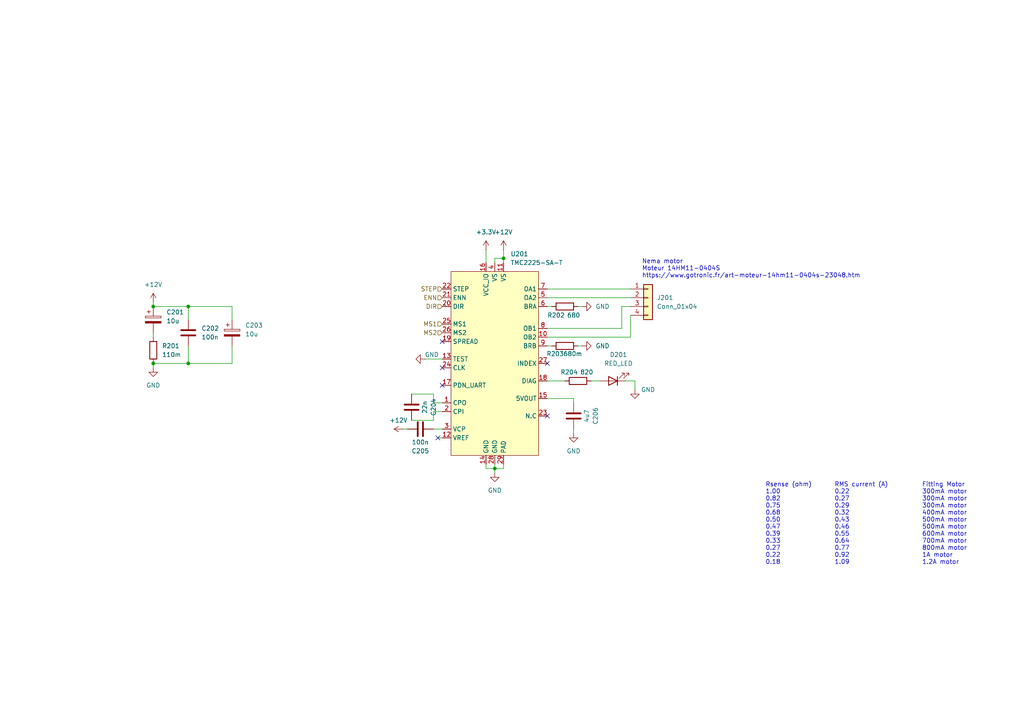
<source format=kicad_sch>
(kicad_sch (version 20231120) (generator "eeschema") (generator_version "8.0")
  (paper "A4")
  (lib_symbols
    (symbol "Connector_Generic:Conn_01x04" (pin_names (offset 1.016) hide)
      (property "Reference" "J" (at 0 5.08 0))
      (property "Value" "Conn_01x04" (at 0 -7.62 0))
      (symbol "Conn_01x04_1_1"
        (rectangle (start -1.27 -4.953) (end 0 -5.207) (stroke (width 0.1524)))
        (rectangle (start -1.27 -2.413) (end 0 -2.667) (stroke (width 0.1524)))
        (rectangle (start -1.27 0.127) (end 0 -0.127) (stroke (width 0.1524)))
        (rectangle (start -1.27 2.667) (end 0 2.413) (stroke (width 0.1524)))
        (rectangle (start -1.27 3.81) (end 1.27 -6.35) (stroke (width 0.254)) (fill (type background)))
        (pin passive line (at -5.08 2.54 0) (length 3.81) (name "Pin_1") (number "1"))
        (pin passive line (at -5.08 0 0) (length 3.81) (name "Pin_2") (number "2"))
        (pin passive line (at -5.08 -2.54 0) (length 3.81) (name "Pin_3") (number "3"))
        (pin passive line (at -5.08 -5.08 0) (length 3.81) (name "Pin_4") (number "4"))
      )
    )
    (symbol "Custom_laptop:TMC2225-SA-T"
      (property "Reference" "U" (at -11.43 25.4 0))
      (property "Value" "TMC2225-SA-T" (at -13.97 -31.75 0))
      (symbol "TMC2225-SA-T_0_1"
        (rectangle (start -12.7 24.13) (end 12.7 -29.21) (fill (type background)))
      )
      (symbol "TMC2225-SA-T_1_1"
        (pin passive line (at -15.24 -13.97 0) (length 2.54) (name "CPO") (number "1"))
        (pin passive line (at 15.24 5.08 180) (length 2.54) (name "OB2") (number "10"))
        (pin power_in line (at 2.54 26.67 270) (length 2.54) (name "VS") (number "11"))
        (pin passive line (at -15.24 -24.13 0) (length 2.54) (name "VREF") (number "12"))
        (pin passive line (at -15.24 -1.27 0) (length 2.54) (name "TEST") (number "13"))
        (pin power_in line (at -2.54 -31.75 90) (length 2.54) (name "GND") (number "14"))
        (pin passive line (at 15.24 -12.7 180) (length 2.54) (name "5VOUT") (number "15"))
        (pin power_in line (at -2.54 26.67 270) (length 2.54) (name "VCC_IO") (number "16"))
        (pin passive line (at -15.24 -8.89 0) (length 2.54) (name "PDN_UART") (number "17"))
        (pin passive line (at 15.24 -7.62 180) (length 2.54) (name "DIAG") (number "18"))
        (pin passive line (at -15.24 3.81 0) (length 2.54) (name "SPREAD") (number "19"))
        (pin passive line (at -15.24 -16.51 0) (length 2.54) (name "CPI") (number "2"))
        (pin passive line (at -15.24 13.97 0) (length 2.54) (name "DIR") (number "20"))
        (pin passive line (at -15.24 16.51 0) (length 2.54) (name "ENN") (number "21"))
        (pin passive line (at -15.24 19.05 0) (length 2.54) (name "STEP") (number "22"))
        (pin passive line (at 15.24 -17.78 180) (length 2.54) (name "N.C") (number "23"))
        (pin passive line (at -15.24 -3.81 0) (length 2.54) (name "CLK") (number "24"))
        (pin passive line (at -15.24 8.89 0) (length 2.54) (name "MS1") (number "25"))
        (pin passive line (at -15.24 6.35 0) (length 2.54) (name "MS2") (number "26"))
        (pin passive line (at 15.24 -2.54 180) (length 2.54) (name "INDEX") (number "27"))
        (pin power_in line (at 0 -31.75 90) (length 2.54) (name "GND") (number "28"))
        (pin power_in line (at 2.54 -31.75 90) (length 2.54) (name "PAD") (number "29"))
        (pin passive line (at -15.24 -21.59 0) (length 2.54) (name "VCP") (number "3"))
        (pin power_in line (at 0 26.67 270) (length 2.54) (name "VS") (number "4"))
        (pin passive line (at 15.24 16.51 180) (length 2.54) (name "OA2") (number "5"))
        (pin passive line (at 15.24 13.97 180) (length 2.54) (name "BRA") (number "6"))
        (pin passive line (at 15.24 19.05 180) (length 2.54) (name "OA1") (number "7"))
        (pin passive line (at 15.24 7.62 180) (length 2.54) (name "OB1") (number "8"))
        (pin passive line (at 15.24 2.54 180) (length 2.54) (name "BRB") (number "9"))
      )
    )
    (symbol "Device:C" (pin_numbers hide) (pin_names (offset 0.254))
      (property "Reference" "C" (at 0.635 2.54 0))
      (property "Value" "C" (at 0.635 -2.54 0))
      (symbol "C_0_1"
        (polyline (pts (xy -2.032 -0.762) (xy 2.032 -0.762)) (stroke (width 0.508)))
        (polyline (pts (xy -2.032 0.762) (xy 2.032 0.762)) (stroke (width 0.508)))
      )
      (symbol "C_1_1"
        (pin passive line (at 0 3.81 270) (length 2.794) (name "~") (number "1"))
        (pin passive line (at 0 -3.81 90) (length 2.794) (name "~") (number "2"))
      )
    )
    (symbol "Device:C_Polarized" (pin_numbers hide) (pin_names (offset 0.254))
      (property "Reference" "C" (at 0.635 2.54 0))
      (property "Value" "C_Polarized" (at 0.635 -2.54 0))
      (symbol "C_Polarized_0_1"
        (rectangle (start -2.286 0.508) (end 2.286 1.016))
        (polyline (pts (xy -1.778 2.286) (xy -0.762 2.286)))
        (polyline (pts (xy -1.27 2.794) (xy -1.27 1.778)))
        (rectangle (start 2.286 -0.508) (end -2.286 -1.016) (fill (type outline)))
      )
      (symbol "C_Polarized_1_1"
        (pin passive line (at 0 3.81 270) (length 2.794) (name "~") (number "1"))
        (pin passive line (at 0 -3.81 90) (length 2.794) (name "~") (number "2"))
      )
    )
    (symbol "Device:LED" (pin_numbers hide) (pin_names (offset 1.016) hide)
      (property "Reference" "D" (at 0 2.54 0))
      (property "Value" "LED" (at 0 -2.54 0))
      (symbol "LED_0_1"
        (polyline (pts (xy -1.27 -1.27) (xy -1.27 1.27)) (stroke (width 0.254)))
        (polyline (pts (xy -1.27 0) (xy 1.27 0)))
        (polyline (pts (xy 1.27 -1.27) (xy 1.27 1.27) (xy -1.27 0) (xy 1.27 -1.27)) (stroke (width 0.254)))
        (polyline (pts (xy -3.048 -0.762) (xy -4.572 -2.286) (xy -3.81 -2.286) (xy -4.572 -2.286) (xy -4.572 -1.524)))
        (polyline (pts (xy -1.778 -0.762) (xy -3.302 -2.286) (xy -2.54 -2.286) (xy -3.302 -2.286) (xy -3.302 -1.524)))
      )
      (symbol "LED_1_1"
        (pin passive line (at -3.81 0 0) (length 2.54) (name "K") (number "1"))
        (pin passive line (at 3.81 0 180) (length 2.54) (name "A") (number "2"))
      )
    )
    (symbol "Device:R" (pin_numbers hide) (pin_names (offset 0))
      (property "Reference" "R" (at 2.032 0 90))
      (property "Value" "R" (at 0 0 90))
      (symbol "R_0_1"
        (rectangle (start -1.016 -2.54) (end 1.016 2.54) (stroke (width 0.254)))
      )
      (symbol "R_1_1"
        (pin passive line (at 0 3.81 270) (length 1.27) (name "~") (number "1"))
        (pin passive line (at 0 -3.81 90) (length 1.27) (name "~") (number "2"))
      )
    )
    (symbol "power:+12V" (power) (pin_numbers hide) (pin_names (offset 0) hide)
      (property "Value" "+12V" (at 0 3.556 0))
      (symbol "+12V_0_1"
        (polyline (pts (xy -0.762 1.27) (xy 0 2.54)))
        (polyline (pts (xy 0 0) (xy 0 2.54)))
        (polyline (pts (xy 0 2.54) (xy 0.762 1.27)))
      )
      (symbol "+12V_1_1"
        (pin power_in line (at 0 0 90) (length 0) (name "~") (number "1"))
      )
    )
    (symbol "power:+3.3V" (power) (pin_numbers hide) (pin_names (offset 0) hide)
      (property "Value" "+3.3V" (at 0 3.556 0))
      (symbol "+3.3V_0_1"
        (polyline (pts (xy -0.762 1.27) (xy 0 2.54)))
        (polyline (pts (xy 0 0) (xy 0 2.54)))
        (polyline (pts (xy 0 2.54) (xy 0.762 1.27)))
      )
      (symbol "+3.3V_1_1"
        (pin power_in line (at 0 0 90) (length 0) (name "~") (number "1"))
      )
    )
    (symbol "power:GND" (power) (pin_numbers hide) (pin_names (offset 0) hide)
      (property "Value" "GND" (at 0 -3.81 0))
      (symbol "GND_0_1"
        (polyline (pts (xy 0 0) (xy 0 -1.27) (xy 1.27 -1.27) (xy 0 -2.54) (xy -1.27 -1.27) (xy 0 -1.27)))
      )
      (symbol "GND_1_1"
        (pin power_in line (at 0 0 270) (length 0) (name "~") (number "1"))
      )
    )
  )
  (junction (at 143.51 135.89))
  (junction (at 44.45 105.41))
  (junction (at 54.61 88.9))
  (junction (at 54.61 105.41))
  (junction (at 44.45 88.9))
  (junction (at 146.05 74.93))
  (no_connect (at 128.27 99.06))
  (no_connect (at 128.27 106.68))
  (no_connect (at 127 127))
  (no_connect (at 158.75 105.41))
  (no_connect (at 158.75 120.65))
  (no_connect (at 128.27 111.76))
  (wire (pts (xy 119.38 114.3) (xy 125.73 114.3)))
  (wire (pts (xy 123.19 104.14) (xy 128.27 104.14)))
  (wire (pts (xy 143.51 135.89) (xy 146.05 135.89)))
  (wire (pts (xy 180.34 95.25) (xy 180.34 88.9)))
  (wire (pts (xy 67.31 88.9) (xy 67.31 92.71)))
  (wire (pts (xy 158.75 86.36) (xy 182.88 86.36)))
  (wire (pts (xy 143.51 76.2) (xy 143.51 74.93)))
  (wire (pts (xy 143.51 74.93) (xy 146.05 74.93)))
  (wire (pts (xy 171.45 110.49) (xy 173.99 110.49)))
  (wire (pts (xy 44.45 88.9) (xy 44.45 87.63)))
  (wire (pts (xy 184.15 110.49) (xy 181.61 110.49)))
  (wire (pts (xy 140.97 134.62) (xy 140.97 135.89)))
  (wire (pts (xy 44.45 96.52) (xy 44.45 97.79)))
  (wire (pts (xy 54.61 105.41) (xy 67.31 105.41)))
  (wire (pts (xy 143.51 134.62) (xy 143.51 135.89)))
  (wire (pts (xy 182.88 97.79) (xy 182.88 91.44)))
  (wire (pts (xy 54.61 100.33) (xy 54.61 105.41)))
  (wire (pts (xy 158.75 83.82) (xy 182.88 83.82)))
  (wire (pts (xy 54.61 88.9) (xy 67.31 88.9)))
  (wire (pts (xy 146.05 72.39) (xy 146.05 74.93)))
  (wire (pts (xy 167.64 88.9) (xy 168.91 88.9)))
  (wire (pts (xy 119.38 121.92) (xy 125.73 121.92)))
  (wire (pts (xy 166.37 116.84) (xy 166.37 115.57)))
  (wire (pts (xy 54.61 105.41) (xy 44.45 105.41)))
  (wire (pts (xy 146.05 134.62) (xy 146.05 135.89)))
  (wire (pts (xy 180.34 88.9) (xy 182.88 88.9)))
  (wire (pts (xy 158.75 88.9) (xy 160.02 88.9)))
  (wire (pts (xy 125.73 119.38) (xy 128.27 119.38)))
  (wire (pts (xy 166.37 124.46) (xy 166.37 125.73)))
  (wire (pts (xy 184.15 113.03) (xy 184.15 110.49)))
  (wire (pts (xy 140.97 72.39) (xy 140.97 76.2)))
  (wire (pts (xy 54.61 92.71) (xy 54.61 88.9)))
  (wire (pts (xy 158.75 110.49) (xy 163.83 110.49)))
  (wire (pts (xy 125.73 116.84) (xy 128.27 116.84)))
  (wire (pts (xy 158.75 100.33) (xy 160.02 100.33)))
  (wire (pts (xy 146.05 74.93) (xy 146.05 76.2)))
  (wire (pts (xy 125.73 121.92) (xy 125.73 119.38)))
  (wire (pts (xy 143.51 135.89) (xy 143.51 137.16)))
  (wire (pts (xy 167.64 100.33) (xy 168.91 100.33)))
  (wire (pts (xy 158.75 97.79) (xy 182.88 97.79)))
  (wire (pts (xy 158.75 115.57) (xy 166.37 115.57)))
  (wire (pts (xy 67.31 100.33) (xy 67.31 105.41)))
  (wire (pts (xy 140.97 135.89) (xy 143.51 135.89)))
  (wire (pts (xy 127 127) (xy 128.27 127)))
  (wire (pts (xy 125.73 124.46) (xy 128.27 124.46)))
  (wire (pts (xy 116.84 124.46) (xy 118.11 124.46)))
  (wire (pts (xy 44.45 105.41) (xy 44.45 106.68)))
  (wire (pts (xy 158.75 95.25) (xy 180.34 95.25)))
  (wire (pts (xy 125.73 114.3) (xy 125.73 116.84)))
  (wire (pts (xy 54.61 88.9) (xy 44.45 88.9)))
  (text "Rsense (ohm)	RMS current (A)		Fitting Motor\n1.00 			0.22				300mA motor\n0.82 			0.27				300mA motor\n0.75 			0.29				300mA motor\n0.68 			0.32 				400mA motor\n0.50 			0.43				500mA motor\n0.47 			0.46				500mA motor\n0.39 			0.55 				600mA motor\n0.33 			0.64 				700mA motor\n0.27			0.77				800mA motor\n0.22			0.92				1A motor\n0.18			1.09				1.2A motor" (at 221.996 151.892 0) (effects (font (size 1.27 1.27)) (justify left)))
  (text "Nema motor \nMoteur 14HM11-0404S\nhttps://www.gotronic.fr/art-moteur-14hm11-0404s-23048.htm" (at 186.182 77.978 0) (effects (font (size 1.27 1.27)) (justify left)))
  (hierarchical_label "ENN" (shape input) (at 128.27 86.36 180))
  (hierarchical_label "DIR" (shape input) (at 128.27 88.9 180))
  (hierarchical_label "MS2" (shape input) (at 128.27 96.52 180))
  (hierarchical_label "MS1" (shape input) (at 128.27 93.98 180))
  (hierarchical_label "STEP" (shape input) (at 128.27 83.82 180))
  (symbol (lib_id "power:GND") (at 166.37 125.73 0) (unit 1)
    (property "Reference" "#PWR0208" (effects (hide yes)))
    (property "Value" "GND" (at 166.37 130.81 0))
  )
  (symbol (lib_id "power:+12V") (at 116.84 124.46 90) (unit 1)
    (property "Reference" "#PWR0203" (effects (hide yes)))
    (property "Value" "+12V" (at 115.57 121.92 90))
    (property "Description" "Power symbol creates a global label with name \"+12V\"" (effects (hide yes)))
  )
  (symbol (lib_id "Device:R") (at 163.83 100.33 90) (unit 1)
    (property "Reference" "R203" (at 161.036 102.616 90))
    (property "Value" "680m" (at 166.116 102.616 90))
    (property "Footprint" "Resistor_SMD:R_1206_3216Metric_Pad1.30x1.75mm_HandSolder" (effects (hide yes)))
  )
  (symbol (lib_id "Device:LED") (at 177.8 110.49 180) (unit 1)
    (property "Reference" "D201" (at 179.3875 102.87 0))
    (property "Value" "RED_LED" (at 179.3875 105.41 0))
    (property "Footprint" "LED_SMD:LED_0603_1608Metric" (effects (hide yes)))
    (property "Datasheet" "https://www.we-online.com/components/products/datasheet/150060RS55040.pdf" (effects (hide yes)))
    (property "Description" "Light emitting diode" (effects (hide yes)))
    (property "MPN" "150060RS55040" (effects (hide yes)))
  )
  (symbol (lib_id "Device:C") (at 121.92 124.46 90) (unit 1)
    (property "Reference" "C205" (at 121.92 130.81 90))
    (property "Value" "100n" (at 121.92 128.27 90))
    (property "Footprint" "Capacitor_SMD:C_0402_1005Metric" (effects (hide yes)))
  )
  (symbol (lib_id "Connector_Generic:Conn_01x04") (at 187.96 86.36 0) (unit 1)
    (property "Reference" "J201" (at 190.5 86.3599 0) (effects (justify left)))
    (property "Value" "Conn_01x04" (at 190.5 88.8999 0) (effects (justify left)))
    (property "Footprint" "Connector_JST:JST_XH_S4B-XH-A_1x04_P2.50mm_Horizontal" (effects (hide yes)))
    (property "Description" "Generic connector, single row, 01x04, script generated (kicad-library-utils/schlib/autogen/connector/)" (effects (hide yes)))
  )
  (symbol (lib_id "Device:C_Polarized") (at 44.45 92.71 0) (unit 1)
    (property "Reference" "C201" (at 48.26 90.5509 0) (effects (justify left)))
    (property "Value" "10u" (at 48.26 93.0909 0) (effects (justify left)))
    (property "Footprint" "Capacitor_SMD:CP_Elec_4x5.7" (effects (hide yes)))
  )
  (symbol (lib_id "power:GND") (at 168.91 100.33 90) (unit 1)
    (property "Reference" "#PWR0210" (effects (hide yes)))
    (property "Value" "GND" (at 172.72 100.3299 90) (effects (justify right)))
  )
  (symbol (lib_id "power:GND") (at 123.19 104.14 270) (unit 1)
    (property "Reference" "#PWR0204" (effects (hide yes)))
    (property "Value" "GND" (at 123.19 102.87 90) (effects (justify left)))
  )
  (symbol (lib_id "Device:C_Polarized") (at 67.31 96.52 0) (unit 1)
    (property "Reference" "C203" (at 71.12 94.3609 0) (effects (justify left)))
    (property "Value" "10u" (at 71.12 96.9009 0) (effects (justify left)))
    (property "Footprint" "Capacitor_SMD:CP_Elec_4x5.7" (effects (hide yes)))
  )
  (symbol (lib_id "Device:C") (at 166.37 120.65 180) (unit 1)
    (property "Reference" "C206" (at 172.72 120.65 90))
    (property "Value" "4u7" (at 170.18 120.65 90))
    (property "Footprint" "Capacitor_SMD:C_0402_1005Metric" (effects (hide yes)))
  )
  (symbol (lib_id "Device:C") (at 119.38 118.11 180) (unit 1)
    (property "Reference" "C204" (at 125.73 118.11 90))
    (property "Value" "22n" (at 123.19 118.11 90))
    (property "Footprint" "Capacitor_SMD:C_0402_1005Metric" (effects (hide yes)))
    (property "Vmax" "50V" (effects (hide yes)))
  )
  (symbol (lib_id "Device:R") (at 163.83 88.9 90) (unit 1)
    (property "Reference" "R202" (at 161.29 91.44 90))
    (property "Value" "680" (at 166.37 91.44 90))
    (property "Footprint" "Resistor_SMD:R_1206_3216Metric_Pad1.30x1.75mm_HandSolder" (effects (hide yes)))
  )
  (symbol (lib_id "power:GND") (at 168.91 88.9 90) (unit 1)
    (property "Reference" "#PWR0209" (effects (hide yes)))
    (property "Value" "GND" (at 172.72 88.8999 90) (effects (justify right)))
  )
  (symbol (lib_id "Custom_laptop:TMC2225-SA-T") (at 143.51 102.87 0) (unit 1)
    (property "Reference" "U201" (at 148.0694 73.66 0) (effects (justify left)))
    (property "Value" "TMC2225-SA-T" (at 148.0694 76.2 0) (effects (justify left)))
    (property "Footprint" "Package_SO:HTSSOP-28-1EP_4.4x9.7mm_P0.65mm_EP2.85x5.4mm_ThermalVias" (effects (hide yes)))
    (property "Datasheet" "https://www.analog.com/media/en/technical-documentation/data-sheets/TMC2225_datasheet_rev1.15.pdf" (effects (hide yes)))
    (property "MPN" "TMC2225-SA-T" (effects (hide yes)))
  )
  (symbol (lib_id "Device:C") (at 54.61 96.52 0) (unit 1)
    (property "Reference" "C202" (at 58.42 95.2499 0) (effects (justify left)))
    (property "Value" "100n" (at 58.42 97.7899 0) (effects (justify left)))
    (property "Footprint" "Capacitor_SMD:C_0402_1005Metric" (effects (hide yes)))
  )
  (symbol (lib_id "power:+12V") (at 44.45 87.63 0) (unit 1)
    (property "Reference" "#PWR0201" (effects (hide yes)))
    (property "Value" "+12V" (at 44.45 82.55 0))
    (property "Description" "Power symbol creates a global label with name \"+12V\"" (effects (hide yes)))
  )
  (symbol (lib_id "Device:R") (at 167.64 110.49 270) (unit 1)
    (property "Reference" "R204" (at 165.1 107.95 90))
    (property "Value" "820" (at 170.18 107.95 90))
    (property "Footprint" "Resistor_SMD:R_0603_1608Metric_Pad0.98x0.95mm_HandSolder" (effects (hide yes)))
  )
  (symbol (lib_id "power:+12V") (at 146.05 72.39 0) (unit 1)
    (property "Reference" "#PWR0207" (effects (hide yes)))
    (property "Value" "+12V" (at 146.05 67.31 0))
    (property "Description" "Power symbol creates a global label with name \"+12V\"" (effects (hide yes)))
  )
  (symbol (lib_id "power:+3.3V") (at 140.97 72.39 0) (unit 1)
    (property "Reference" "#PWR0205" (effects (hide yes)))
    (property "Value" "+3.3V" (at 140.97 67.31 0))
  )
  (symbol (lib_id "power:GND") (at 184.15 113.03 0) (unit 1)
    (property "Reference" "#PWR0211" (effects (hide yes)))
    (property "Value" "GND" (at 187.96 113.03 0))
  )
  (symbol (lib_id "power:GND") (at 143.51 137.16 0) (unit 1)
    (property "Reference" "#PWR0206" (effects (hide yes)))
    (property "Value" "GND" (at 143.51 142.24 0))
  )
  (symbol (lib_id "power:GND") (at 44.45 106.68 0) (unit 1)
    (property "Reference" "#PWR0202" (effects (hide yes)))
    (property "Value" "GND" (at 44.45 111.76 0))
  )
  (symbol (lib_id "Device:R") (at 44.45 101.6 0) (unit 1)
    (property "Reference" "R201" (at 46.99 100.3299 0) (effects (justify left)))
    (property "Value" "110m" (at 46.99 102.8699 0) (effects (justify left)))
    (property "Footprint" "Resistor_SMD:R_0603_1608Metric_Pad0.98x0.95mm_HandSolder" (effects (hide yes)))
  )
)
</source>
